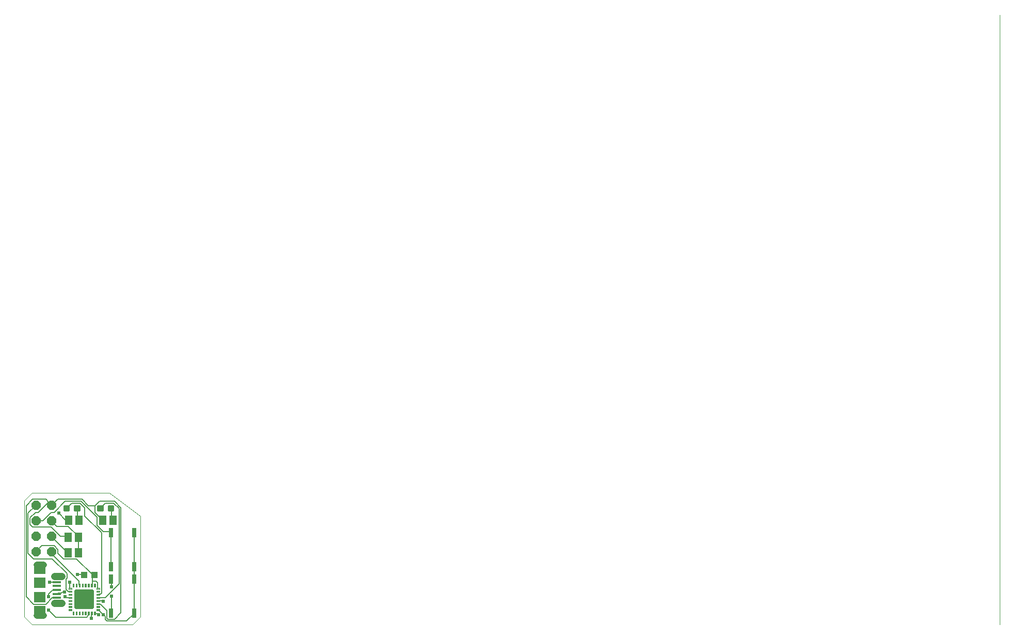
<source format=gtl>
G75*
%MOIN*%
%OFA0B0*%
%FSLAX25Y25*%
%IPPOS*%
%LPD*%
%AMOC8*
5,1,8,0,0,1.08239X$1,22.5*
%
%ADD10C,0.00000*%
%ADD11R,0.04331X0.03937*%
%ADD12C,0.01181*%
%ADD13R,0.03000X0.06000*%
%ADD14C,0.02520*%
%ADD15C,0.00354*%
%ADD16OC8,0.06000*%
%ADD17R,0.05118X0.05906*%
%ADD18C,0.04362*%
%ADD19C,0.04756*%
%ADD20R,0.05315X0.01575*%
%ADD21R,0.07480X0.07087*%
%ADD22R,0.07480X0.06201*%
%ADD23C,0.00600*%
%ADD24C,0.02400*%
D10*
X0010300Y0011300D02*
X0010300Y0086300D01*
X0015300Y0091300D01*
X0065300Y0091300D01*
X0085300Y0076300D01*
X0085300Y0011300D01*
X0080300Y0006300D01*
X0015300Y0006300D01*
X0010300Y0011300D01*
X0640221Y0006300D02*
X0640221Y0400001D01*
D11*
X0055646Y0038300D03*
X0048954Y0038300D03*
D12*
X0045731Y0080122D02*
X0045731Y0082878D01*
X0045731Y0080122D02*
X0042975Y0080122D01*
X0042975Y0082878D01*
X0045731Y0082878D01*
X0045731Y0081302D02*
X0042975Y0081302D01*
X0042975Y0082482D02*
X0045731Y0082482D01*
X0038825Y0082878D02*
X0038825Y0080122D01*
X0036069Y0080122D01*
X0036069Y0082878D01*
X0038825Y0082878D01*
X0038825Y0081302D02*
X0036069Y0081302D01*
X0036069Y0082482D02*
X0038825Y0082482D01*
X0060725Y0082878D02*
X0060725Y0080122D01*
X0057969Y0080122D01*
X0057969Y0082878D01*
X0060725Y0082878D01*
X0060725Y0081302D02*
X0057969Y0081302D01*
X0057969Y0082482D02*
X0060725Y0082482D01*
X0067631Y0082878D02*
X0067631Y0080122D01*
X0064875Y0080122D01*
X0064875Y0082878D01*
X0067631Y0082878D01*
X0067631Y0081302D02*
X0064875Y0081302D01*
X0064875Y0082482D02*
X0067631Y0082482D01*
D13*
X0066300Y0065800D03*
X0081300Y0065800D03*
X0081300Y0043800D03*
X0081300Y0035800D03*
X0066300Y0035800D03*
X0066300Y0043800D03*
X0066300Y0013800D03*
X0081300Y0013800D03*
D14*
X0053839Y0017761D02*
X0043761Y0017761D01*
X0043761Y0027839D01*
X0053839Y0027839D01*
X0053839Y0017761D01*
X0053839Y0020280D02*
X0043761Y0020280D01*
X0043761Y0022799D02*
X0053839Y0022799D01*
X0053839Y0025318D02*
X0043761Y0025318D01*
X0043761Y0027837D02*
X0053839Y0027837D01*
D15*
X0056851Y0028134D02*
X0058859Y0028134D01*
X0058859Y0027308D01*
X0056851Y0027308D01*
X0056851Y0028134D01*
X0056851Y0027661D02*
X0058859Y0027661D01*
X0058859Y0028014D02*
X0056851Y0028014D01*
X0056851Y0030103D02*
X0058859Y0030103D01*
X0058859Y0029277D01*
X0056851Y0029277D01*
X0056851Y0030103D01*
X0056851Y0029630D02*
X0058859Y0029630D01*
X0058859Y0029983D02*
X0056851Y0029983D01*
X0055277Y0030851D02*
X0055277Y0032859D01*
X0056103Y0032859D01*
X0056103Y0030851D01*
X0055277Y0030851D01*
X0055277Y0031204D02*
X0056103Y0031204D01*
X0056103Y0031557D02*
X0055277Y0031557D01*
X0055277Y0031910D02*
X0056103Y0031910D01*
X0056103Y0032263D02*
X0055277Y0032263D01*
X0055277Y0032616D02*
X0056103Y0032616D01*
X0053308Y0032859D02*
X0053308Y0030851D01*
X0053308Y0032859D02*
X0054134Y0032859D01*
X0054134Y0030851D01*
X0053308Y0030851D01*
X0053308Y0031204D02*
X0054134Y0031204D01*
X0054134Y0031557D02*
X0053308Y0031557D01*
X0053308Y0031910D02*
X0054134Y0031910D01*
X0054134Y0032263D02*
X0053308Y0032263D01*
X0053308Y0032616D02*
X0054134Y0032616D01*
X0051340Y0032859D02*
X0051340Y0030851D01*
X0051340Y0032859D02*
X0052166Y0032859D01*
X0052166Y0030851D01*
X0051340Y0030851D01*
X0051340Y0031204D02*
X0052166Y0031204D01*
X0052166Y0031557D02*
X0051340Y0031557D01*
X0051340Y0031910D02*
X0052166Y0031910D01*
X0052166Y0032263D02*
X0051340Y0032263D01*
X0051340Y0032616D02*
X0052166Y0032616D01*
X0049371Y0032859D02*
X0049371Y0030851D01*
X0049371Y0032859D02*
X0050197Y0032859D01*
X0050197Y0030851D01*
X0049371Y0030851D01*
X0049371Y0031204D02*
X0050197Y0031204D01*
X0050197Y0031557D02*
X0049371Y0031557D01*
X0049371Y0031910D02*
X0050197Y0031910D01*
X0050197Y0032263D02*
X0049371Y0032263D01*
X0049371Y0032616D02*
X0050197Y0032616D01*
X0047403Y0032859D02*
X0047403Y0030851D01*
X0047403Y0032859D02*
X0048229Y0032859D01*
X0048229Y0030851D01*
X0047403Y0030851D01*
X0047403Y0031204D02*
X0048229Y0031204D01*
X0048229Y0031557D02*
X0047403Y0031557D01*
X0047403Y0031910D02*
X0048229Y0031910D01*
X0048229Y0032263D02*
X0047403Y0032263D01*
X0047403Y0032616D02*
X0048229Y0032616D01*
X0045434Y0032859D02*
X0045434Y0030851D01*
X0045434Y0032859D02*
X0046260Y0032859D01*
X0046260Y0030851D01*
X0045434Y0030851D01*
X0045434Y0031204D02*
X0046260Y0031204D01*
X0046260Y0031557D02*
X0045434Y0031557D01*
X0045434Y0031910D02*
X0046260Y0031910D01*
X0046260Y0032263D02*
X0045434Y0032263D01*
X0045434Y0032616D02*
X0046260Y0032616D01*
X0043466Y0032859D02*
X0043466Y0030851D01*
X0043466Y0032859D02*
X0044292Y0032859D01*
X0044292Y0030851D01*
X0043466Y0030851D01*
X0043466Y0031204D02*
X0044292Y0031204D01*
X0044292Y0031557D02*
X0043466Y0031557D01*
X0043466Y0031910D02*
X0044292Y0031910D01*
X0044292Y0032263D02*
X0043466Y0032263D01*
X0043466Y0032616D02*
X0044292Y0032616D01*
X0041497Y0032859D02*
X0041497Y0030851D01*
X0041497Y0032859D02*
X0042323Y0032859D01*
X0042323Y0030851D01*
X0041497Y0030851D01*
X0041497Y0031204D02*
X0042323Y0031204D01*
X0042323Y0031557D02*
X0041497Y0031557D01*
X0041497Y0031910D02*
X0042323Y0031910D01*
X0042323Y0032263D02*
X0041497Y0032263D01*
X0041497Y0032616D02*
X0042323Y0032616D01*
X0040749Y0029277D02*
X0038741Y0029277D01*
X0038741Y0030103D01*
X0040749Y0030103D01*
X0040749Y0029277D01*
X0040749Y0029630D02*
X0038741Y0029630D01*
X0038741Y0029983D02*
X0040749Y0029983D01*
X0040749Y0027308D02*
X0038741Y0027308D01*
X0038741Y0028134D01*
X0040749Y0028134D01*
X0040749Y0027308D01*
X0040749Y0027661D02*
X0038741Y0027661D01*
X0038741Y0028014D02*
X0040749Y0028014D01*
X0040749Y0025340D02*
X0038741Y0025340D01*
X0038741Y0026166D01*
X0040749Y0026166D01*
X0040749Y0025340D01*
X0040749Y0025693D02*
X0038741Y0025693D01*
X0038741Y0026046D02*
X0040749Y0026046D01*
X0040749Y0023371D02*
X0038741Y0023371D01*
X0038741Y0024197D01*
X0040749Y0024197D01*
X0040749Y0023371D01*
X0040749Y0023724D02*
X0038741Y0023724D01*
X0038741Y0024077D02*
X0040749Y0024077D01*
X0040749Y0021403D02*
X0038741Y0021403D01*
X0038741Y0022229D01*
X0040749Y0022229D01*
X0040749Y0021403D01*
X0040749Y0021756D02*
X0038741Y0021756D01*
X0038741Y0022109D02*
X0040749Y0022109D01*
X0040749Y0019434D02*
X0038741Y0019434D01*
X0038741Y0020260D01*
X0040749Y0020260D01*
X0040749Y0019434D01*
X0040749Y0019787D02*
X0038741Y0019787D01*
X0038741Y0020140D02*
X0040749Y0020140D01*
X0040749Y0017466D02*
X0038741Y0017466D01*
X0038741Y0018292D01*
X0040749Y0018292D01*
X0040749Y0017466D01*
X0040749Y0017819D02*
X0038741Y0017819D01*
X0038741Y0018172D02*
X0040749Y0018172D01*
X0040749Y0015497D02*
X0038741Y0015497D01*
X0038741Y0016323D01*
X0040749Y0016323D01*
X0040749Y0015497D01*
X0040749Y0015850D02*
X0038741Y0015850D01*
X0038741Y0016203D02*
X0040749Y0016203D01*
X0042323Y0014749D02*
X0042323Y0012741D01*
X0041497Y0012741D01*
X0041497Y0014749D01*
X0042323Y0014749D01*
X0042323Y0013094D02*
X0041497Y0013094D01*
X0041497Y0013447D02*
X0042323Y0013447D01*
X0042323Y0013800D02*
X0041497Y0013800D01*
X0041497Y0014153D02*
X0042323Y0014153D01*
X0042323Y0014506D02*
X0041497Y0014506D01*
X0044292Y0014749D02*
X0044292Y0012741D01*
X0043466Y0012741D01*
X0043466Y0014749D01*
X0044292Y0014749D01*
X0044292Y0013094D02*
X0043466Y0013094D01*
X0043466Y0013447D02*
X0044292Y0013447D01*
X0044292Y0013800D02*
X0043466Y0013800D01*
X0043466Y0014153D02*
X0044292Y0014153D01*
X0044292Y0014506D02*
X0043466Y0014506D01*
X0046260Y0014749D02*
X0046260Y0012741D01*
X0045434Y0012741D01*
X0045434Y0014749D01*
X0046260Y0014749D01*
X0046260Y0013094D02*
X0045434Y0013094D01*
X0045434Y0013447D02*
X0046260Y0013447D01*
X0046260Y0013800D02*
X0045434Y0013800D01*
X0045434Y0014153D02*
X0046260Y0014153D01*
X0046260Y0014506D02*
X0045434Y0014506D01*
X0048229Y0014749D02*
X0048229Y0012741D01*
X0047403Y0012741D01*
X0047403Y0014749D01*
X0048229Y0014749D01*
X0048229Y0013094D02*
X0047403Y0013094D01*
X0047403Y0013447D02*
X0048229Y0013447D01*
X0048229Y0013800D02*
X0047403Y0013800D01*
X0047403Y0014153D02*
X0048229Y0014153D01*
X0048229Y0014506D02*
X0047403Y0014506D01*
X0050197Y0014749D02*
X0050197Y0012741D01*
X0049371Y0012741D01*
X0049371Y0014749D01*
X0050197Y0014749D01*
X0050197Y0013094D02*
X0049371Y0013094D01*
X0049371Y0013447D02*
X0050197Y0013447D01*
X0050197Y0013800D02*
X0049371Y0013800D01*
X0049371Y0014153D02*
X0050197Y0014153D01*
X0050197Y0014506D02*
X0049371Y0014506D01*
X0052166Y0014749D02*
X0052166Y0012741D01*
X0051340Y0012741D01*
X0051340Y0014749D01*
X0052166Y0014749D01*
X0052166Y0013094D02*
X0051340Y0013094D01*
X0051340Y0013447D02*
X0052166Y0013447D01*
X0052166Y0013800D02*
X0051340Y0013800D01*
X0051340Y0014153D02*
X0052166Y0014153D01*
X0052166Y0014506D02*
X0051340Y0014506D01*
X0054134Y0014749D02*
X0054134Y0012741D01*
X0053308Y0012741D01*
X0053308Y0014749D01*
X0054134Y0014749D01*
X0054134Y0013094D02*
X0053308Y0013094D01*
X0053308Y0013447D02*
X0054134Y0013447D01*
X0054134Y0013800D02*
X0053308Y0013800D01*
X0053308Y0014153D02*
X0054134Y0014153D01*
X0054134Y0014506D02*
X0053308Y0014506D01*
X0056103Y0014749D02*
X0056103Y0012741D01*
X0055277Y0012741D01*
X0055277Y0014749D01*
X0056103Y0014749D01*
X0056103Y0013094D02*
X0055277Y0013094D01*
X0055277Y0013447D02*
X0056103Y0013447D01*
X0056103Y0013800D02*
X0055277Y0013800D01*
X0055277Y0014153D02*
X0056103Y0014153D01*
X0056103Y0014506D02*
X0055277Y0014506D01*
X0056851Y0016323D02*
X0058859Y0016323D01*
X0058859Y0015497D01*
X0056851Y0015497D01*
X0056851Y0016323D01*
X0056851Y0015850D02*
X0058859Y0015850D01*
X0058859Y0016203D02*
X0056851Y0016203D01*
X0056851Y0018292D02*
X0058859Y0018292D01*
X0058859Y0017466D01*
X0056851Y0017466D01*
X0056851Y0018292D01*
X0056851Y0017819D02*
X0058859Y0017819D01*
X0058859Y0018172D02*
X0056851Y0018172D01*
X0056851Y0020260D02*
X0058859Y0020260D01*
X0058859Y0019434D01*
X0056851Y0019434D01*
X0056851Y0020260D01*
X0056851Y0019787D02*
X0058859Y0019787D01*
X0058859Y0020140D02*
X0056851Y0020140D01*
X0056851Y0022229D02*
X0058859Y0022229D01*
X0058859Y0021403D01*
X0056851Y0021403D01*
X0056851Y0022229D01*
X0056851Y0021756D02*
X0058859Y0021756D01*
X0058859Y0022109D02*
X0056851Y0022109D01*
X0056851Y0024197D02*
X0058859Y0024197D01*
X0058859Y0023371D01*
X0056851Y0023371D01*
X0056851Y0024197D01*
X0056851Y0023724D02*
X0058859Y0023724D01*
X0058859Y0024077D02*
X0056851Y0024077D01*
X0056851Y0026166D02*
X0058859Y0026166D01*
X0058859Y0025340D01*
X0056851Y0025340D01*
X0056851Y0026166D01*
X0056851Y0025693D02*
X0058859Y0025693D01*
X0058859Y0026046D02*
X0056851Y0026046D01*
D16*
X0027800Y0053300D03*
X0027800Y0063300D03*
X0017800Y0063300D03*
X0017800Y0053300D03*
X0017800Y0073300D03*
X0017800Y0083300D03*
X0027800Y0083300D03*
X0027800Y0073300D03*
D17*
X0038754Y0073800D03*
X0045446Y0073800D03*
X0060854Y0073700D03*
X0067546Y0073700D03*
X0045146Y0062800D03*
X0038454Y0062800D03*
X0038454Y0052800D03*
X0045146Y0052800D03*
D18*
X0022481Y0045237D02*
X0018119Y0045237D01*
X0018119Y0012363D02*
X0022481Y0012363D01*
D19*
X0029733Y0020040D02*
X0034489Y0020040D01*
X0034489Y0037560D02*
X0029733Y0037560D01*
D20*
X0031324Y0033918D03*
X0031324Y0031359D03*
X0031324Y0028800D03*
X0031324Y0026241D03*
X0031324Y0023682D03*
D21*
X0020300Y0024272D03*
X0020300Y0033328D03*
D22*
X0020300Y0042137D03*
X0020300Y0015463D03*
D23*
X0024100Y0019500D02*
X0016300Y0019500D01*
X0011500Y0024300D01*
X0011500Y0083100D01*
X0015700Y0087300D01*
X0024100Y0087300D01*
X0025900Y0085500D01*
X0027800Y0083300D01*
X0028300Y0083700D01*
X0031900Y0087300D01*
X0047500Y0087300D01*
X0051700Y0083100D01*
X0055900Y0083100D01*
X0055900Y0078900D01*
X0060700Y0074100D01*
X0060854Y0073700D01*
X0057100Y0075900D02*
X0057100Y0070500D01*
X0061300Y0066300D01*
X0066100Y0066300D01*
X0066300Y0065800D01*
X0066100Y0065700D01*
X0066100Y0044100D01*
X0066300Y0043800D01*
X0066300Y0035800D02*
X0066700Y0035700D01*
X0066700Y0030900D01*
X0071500Y0032700D02*
X0071500Y0081300D01*
X0067900Y0084900D01*
X0062500Y0084900D01*
X0059500Y0081900D01*
X0059347Y0081500D01*
X0055900Y0083100D02*
X0058900Y0086100D01*
X0068500Y0086100D01*
X0072700Y0081900D01*
X0072700Y0014100D01*
X0068500Y0009900D01*
X0064300Y0009900D01*
X0063700Y0010500D01*
X0063700Y0015300D01*
X0059500Y0019500D01*
X0058300Y0019500D01*
X0057855Y0019847D01*
X0057855Y0021816D02*
X0058300Y0021900D01*
X0060700Y0021900D01*
X0061300Y0021300D01*
X0062500Y0023700D02*
X0071500Y0032700D01*
X0081100Y0035700D02*
X0081300Y0035800D01*
X0081100Y0036300D01*
X0081100Y0043500D01*
X0081300Y0043800D01*
X0081100Y0044100D01*
X0081100Y0065700D01*
X0081300Y0065800D01*
X0067546Y0073700D02*
X0067300Y0074100D01*
X0066700Y0074700D01*
X0066700Y0081300D01*
X0066253Y0081500D01*
X0057100Y0075900D02*
X0046900Y0086100D01*
X0036700Y0086100D01*
X0029500Y0078900D01*
X0027700Y0078900D01*
X0022300Y0073500D01*
X0018100Y0073500D01*
X0017800Y0073300D01*
X0013900Y0075300D02*
X0017500Y0078900D01*
X0019300Y0078900D01*
X0025900Y0085500D01*
X0027700Y0083700D01*
X0027800Y0083300D01*
X0032500Y0078300D02*
X0036700Y0074100D01*
X0038500Y0074100D01*
X0038754Y0073800D01*
X0038500Y0069900D02*
X0031300Y0069900D01*
X0028300Y0072900D01*
X0027800Y0073300D01*
X0027700Y0069300D02*
X0015700Y0069300D01*
X0013900Y0071100D01*
X0013900Y0075300D01*
X0012700Y0078300D02*
X0017500Y0083100D01*
X0017800Y0083300D01*
X0012700Y0078300D02*
X0012700Y0052500D01*
X0016300Y0048900D01*
X0028300Y0048900D01*
X0037900Y0039300D01*
X0037900Y0036300D01*
X0037300Y0035700D01*
X0037300Y0029100D01*
X0038500Y0027900D01*
X0039700Y0027900D01*
X0039745Y0027721D01*
X0039745Y0029690D02*
X0039700Y0029700D01*
X0039700Y0033900D01*
X0045700Y0034500D02*
X0028300Y0051900D01*
X0028300Y0053100D01*
X0027800Y0053300D01*
X0031900Y0052500D02*
X0031900Y0054900D01*
X0029500Y0057300D01*
X0021700Y0057300D01*
X0018100Y0053700D01*
X0017800Y0053300D01*
X0027700Y0063300D02*
X0027800Y0063300D01*
X0027700Y0063300D02*
X0037900Y0053100D01*
X0038454Y0052800D01*
X0035500Y0048900D02*
X0031900Y0052500D01*
X0035500Y0048900D02*
X0043900Y0048900D01*
X0054100Y0038700D01*
X0055300Y0038700D01*
X0055646Y0038300D01*
X0055300Y0038100D01*
X0054100Y0036900D01*
X0054100Y0034500D01*
X0056500Y0034500D01*
X0057700Y0033300D01*
X0057700Y0029700D01*
X0057855Y0029690D01*
X0058300Y0026100D02*
X0057855Y0025753D01*
X0058300Y0026100D02*
X0059500Y0026100D01*
X0060100Y0026700D01*
X0060100Y0065700D01*
X0049300Y0076500D01*
X0049300Y0081900D01*
X0046300Y0084900D01*
X0040900Y0084900D01*
X0037900Y0081900D01*
X0037447Y0081500D01*
X0044353Y0081500D02*
X0044500Y0081300D01*
X0044500Y0074700D01*
X0045100Y0074100D01*
X0045446Y0073800D01*
X0038500Y0069900D02*
X0045100Y0063300D01*
X0045146Y0062800D01*
X0045100Y0062700D01*
X0045100Y0053100D01*
X0045146Y0052800D01*
X0038454Y0062800D02*
X0037900Y0063300D01*
X0033700Y0063300D01*
X0027700Y0069300D01*
X0044500Y0038700D02*
X0048700Y0038700D01*
X0048954Y0038300D01*
X0045700Y0034500D02*
X0045700Y0032100D01*
X0045847Y0031855D01*
X0053721Y0031855D02*
X0054100Y0032100D01*
X0054100Y0034500D01*
X0066700Y0024900D02*
X0066700Y0014100D01*
X0066300Y0013800D01*
X0062500Y0011700D02*
X0062500Y0009900D01*
X0063700Y0008700D01*
X0076300Y0008700D01*
X0081100Y0013500D01*
X0081300Y0013800D01*
X0081100Y0014100D01*
X0081100Y0035700D01*
X0062500Y0023700D02*
X0058300Y0023700D01*
X0057855Y0023784D01*
X0057855Y0015910D02*
X0058300Y0015900D01*
X0061300Y0012900D01*
X0062500Y0011700D01*
X0058300Y0012900D02*
X0057700Y0013500D01*
X0055900Y0013500D01*
X0055690Y0013745D01*
X0053721Y0013745D02*
X0053500Y0013500D01*
X0053500Y0010500D01*
X0051700Y0012300D02*
X0050500Y0011100D01*
X0030700Y0011100D01*
X0025900Y0015900D01*
X0024100Y0019500D02*
X0028300Y0023700D01*
X0031300Y0023700D01*
X0031324Y0023682D01*
X0031324Y0026241D02*
X0031900Y0026700D01*
X0034300Y0026700D01*
X0034900Y0027300D01*
X0036100Y0027300D01*
X0036700Y0024300D02*
X0037300Y0023700D01*
X0039700Y0023700D01*
X0039745Y0023784D01*
X0031300Y0028500D02*
X0031324Y0028800D01*
X0031300Y0028500D02*
X0028300Y0028500D01*
X0025900Y0026100D01*
X0025900Y0024300D01*
X0026500Y0033900D02*
X0031300Y0033900D01*
X0031324Y0033918D01*
X0051753Y0013745D02*
X0051700Y0013500D01*
X0051700Y0012300D01*
D24*
X0053500Y0010500D03*
X0058300Y0012900D03*
X0061300Y0012900D03*
X0061300Y0021300D03*
X0066700Y0024900D03*
X0066700Y0030900D03*
X0044500Y0038700D03*
X0039700Y0033900D03*
X0036100Y0027300D03*
X0036700Y0024300D03*
X0025900Y0024300D03*
X0026500Y0033900D03*
X0025900Y0015900D03*
X0032500Y0078300D03*
M02*

</source>
